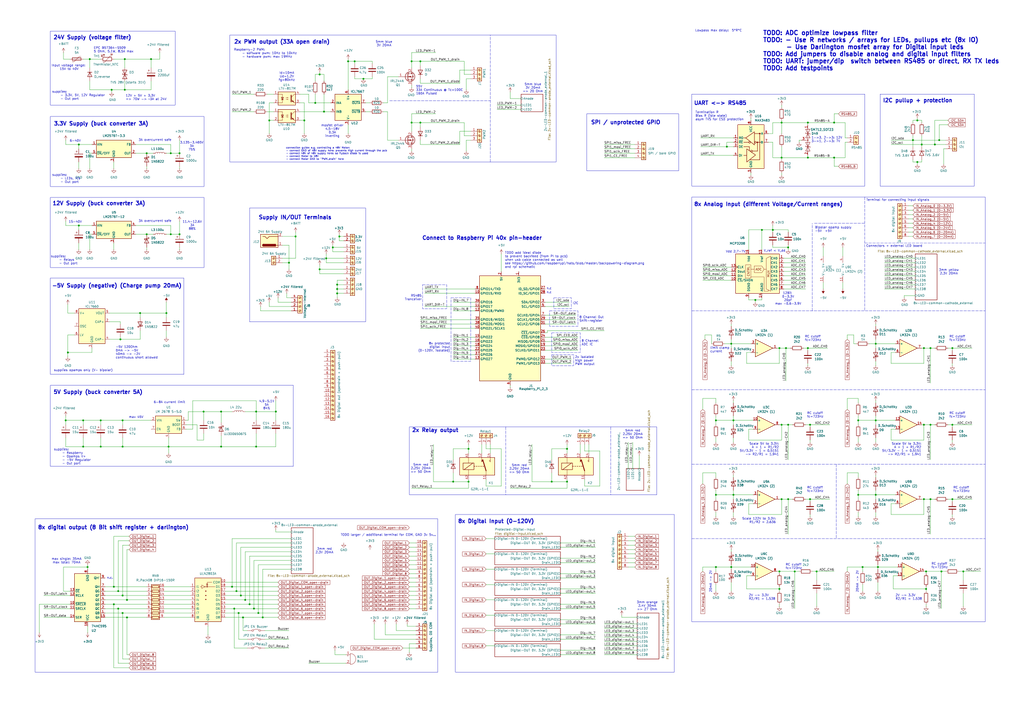
<source format=kicad_sch>
(kicad_sch
	(version 20231120)
	(generator "eeschema")
	(generator_version "8.0")
	(uuid "af4d11a6-73e1-4c39-a25e-5fe7dfa07237")
	(paper "A2")
	
	(junction
		(at 139.7 345.44)
		(diameter 0)
		(color 0 0 0 0)
		(uuid "01a8e618-7e14-4882-9136-a12536116a47")
	)
	(junction
		(at 48.26 259.08)
		(diameter 0)
		(color 0 0 0 0)
		(uuid "04e54955-95ed-4070-adbb-7cee1b2c7a8b")
	)
	(junction
		(at 135.89 353.06)
		(diameter 0)
		(color 0 0 0 0)
		(uuid "05eca1c0-0042-44d8-82a8-b1f48175c33d")
	)
	(junction
		(at 483.87 91.44)
		(diameter 0)
		(color 0 0 0 0)
		(uuid "06f335d7-63de-4572-a20a-022b6c7f93c9")
	)
	(junction
		(at 542.29 83.82)
		(diameter 0)
		(color 0 0 0 0)
		(uuid "072c8fc6-89d0-4715-8ea4-dd9134761f17")
	)
	(junction
		(at 529.59 81.28)
		(diameter 0)
		(color 0 0 0 0)
		(uuid "07823899-5798-4592-8eff-8b1fe5858f30")
	)
	(junction
		(at 210.82 45.72)
		(diameter 0)
		(color 0 0 0 0)
		(uuid "0c7b1ae2-c684-4906-92c2-8dfa0b9613b9")
	)
	(junction
		(at 182.88 59.69)
		(diameter 0)
		(color 0 0 0 0)
		(uuid "0eedc99b-ff42-4961-8286-6066dee5c8fe")
	)
	(junction
		(at 455.93 201.93)
		(diameter 0)
		(color 0 0 0 0)
		(uuid "0fefb793-9883-40a2-bd83-f35b47e8dbdb")
	)
	(junction
		(at 66.04 340.36)
		(diameter 0)
		(color 0 0 0 0)
		(uuid "10026633-9ac7-4b72-aa53-10151f42da81")
	)
	(junction
		(at 71.12 243.84)
		(diameter 0)
		(color 0 0 0 0)
		(uuid "105d8991-ac05-4276-b194-5060bc474cf0")
	)
	(junction
		(at 424.18 328.93)
		(diameter 0)
		(color 0 0 0 0)
		(uuid "11161079-c1a9-4ebe-8de9-fa873f6e9640")
	)
	(junction
		(at 176.53 69.85)
		(diameter 0)
		(color 0 0 0 0)
		(uuid "11580b8b-6675-41d3-b33d-e1ed958eda93")
	)
	(junction
		(at 152.4 358.14)
		(diameter 0)
		(color 0 0 0 0)
		(uuid "119c3b35-4b9f-4318-9220-02559deba15e")
	)
	(junction
		(at 185.42 43.18)
		(diameter 0)
		(color 0 0 0 0)
		(uuid "14ee932b-b4bf-415b-ab21-01e0b930417b")
	)
	(junction
		(at 39.37 204.47)
		(diameter 0)
		(color 0 0 0 0)
		(uuid "16107448-b037-4021-a9bb-1fb19d6f36c7")
	)
	(junction
		(at 468.63 71.12)
		(diameter 0)
		(color 0 0 0 0)
		(uuid "1827b75e-5515-4844-a399-117e6918fd73")
	)
	(junction
		(at 532.13 93.98)
		(diameter 0)
		(color 0 0 0 0)
		(uuid "1c476741-4a7f-44e7-a84a-5b0fc50d1df8")
	)
	(junction
		(at 72.39 52.07)
		(diameter 0)
		(color 0 0 0 0)
		(uuid "1ca1e8b3-a925-433d-8b97-4bcdb1b98a40")
	)
	(junction
		(at 457.2 246.38)
		(diameter 0)
		(color 0 0 0 0)
		(uuid "209182a8-b4b9-40cd-b5b2-bd90b860e927")
	)
	(junction
		(at 461.01 331.47)
		(diameter 0)
		(color 0 0 0 0)
		(uuid "2108f88e-bd30-4e37-bd43-f81a6b0a951c")
	)
	(junction
		(at 271.78 260.35)
		(diameter 0)
		(color 0 0 0 0)
		(uuid "213f96fc-26d9-4cf1-83bd-f4336ef00b81")
	)
	(junction
		(at 320.04 279.4)
		(diameter 0)
		(color 0 0 0 0)
		(uuid "236f3f4e-76e9-4351-baf1-7665cdb427aa")
	)
	(junction
		(at 144.78 350.52)
		(diameter 0)
		(color 0 0 0 0)
		(uuid "24719f92-8210-4aa7-b4fb-885fcf560860")
	)
	(junction
		(at 128.27 238.76)
		(diameter 0)
		(color 0 0 0 0)
		(uuid "28045595-b22a-4b06-9953-9f52298bbfc3")
	)
	(junction
		(at 425.45 287.02)
		(diameter 0)
		(color 0 0 0 0)
		(uuid "28934ae1-6d54-433a-8602-d8951919fe72")
	)
	(junction
		(at 238.76 35.56)
		(diameter 0)
		(color 0 0 0 0)
		(uuid "2a544a35-89e9-4403-a76e-deca404b0df4")
	)
	(junction
		(at 453.39 71.12)
		(diameter 0)
		(color 0 0 0 0)
		(uuid "2d47b40e-d23f-458b-8bda-f40f4a63d16c")
	)
	(junction
		(at 415.29 287.02)
		(diameter 0)
		(color 0 0 0 0)
		(uuid "2f3e2706-66a2-4ddc-84d7-d0f87e408bee")
	)
	(junction
		(at 52.07 34.29)
		(diameter 0)
		(color 0 0 0 0)
		(uuid "323916cf-5786-4346-bdcd-89c81cb32737")
	)
	(junction
		(at 171.45 137.16)
		(diameter 0)
		(color 0 0 0 0)
		(uuid "36c7ffc8-59d3-497b-8dce-a7b0d2f66aca")
	)
	(junction
		(at 185.42 156.21)
		(diameter 0)
		(color 0 0 0 0)
		(uuid "36d68065-ce7c-4d04-bfc0-73baed985380")
	)
	(junction
		(at 48.26 243.84)
		(diameter 0)
		(color 0 0 0 0)
		(uuid "383ef42e-22d7-43b3-89d3-2af42737728c")
	)
	(junction
		(at 535.94 246.38)
		(diameter 0)
		(color 0 0 0 0)
		(uuid "3ae78f7f-94a6-4485-a6b5-d7ce73e1abef")
	)
	(junction
		(at 50.8 328.93)
		(diameter 0)
		(color 0 0 0 0)
		(uuid "3c754c5e-b249-46c4-9d05-9f550316aca5")
	)
	(junction
		(at 415.29 328.93)
		(diameter 0)
		(color 0 0 0 0)
		(uuid "3e62f561-0d72-4e6a-934a-49655edcba7a")
	)
	(junction
		(at 196.85 137.16)
		(diameter 0)
		(color 0 0 0 0)
		(uuid "4165b357-897a-49f2-9ef7-d976d8e6b00f")
	)
	(junction
		(at 58.42 243.84)
		(diameter 0)
		(color 0 0 0 0)
		(uuid "422bc740-9691-4697-b466-286d91cb40aa")
	)
	(junction
		(at 448.31 133.35)
		(diameter 0)
		(color 0 0 0 0)
		(uuid "42f8f2a2-d4f1-4f85-a7f3-af76fd15f334")
	)
	(junction
		(at 81.28 181.61)
		(diameter 0)
		(color 0 0 0 0)
		(uuid "49b65474-3c4a-461b-8a68-40a6b20540ce")
	)
	(junction
		(at 535.94 201.93)
		(diameter 0)
		(color 0 0 0 0)
		(uuid "4c28afa4-cb18-4457-bfd3-5c53dabd8baa")
	)
	(junction
		(at 66.04 350.52)
		(diameter 0)
		(color 0 0 0 0)
		(uuid "4dd49bce-72c0-4885-aaa1-4fc2ceee5ed9")
	)
	(junction
		(at 438.15 173.99)
		(diameter 0)
		(color 0 0 0 0)
		(uuid "4e57230f-aabe-47d0-b863-f2adc3d1ffe4")
	)
	(junction
		(at 537.21 331.47)
		(diameter 0)
		(color 0 0 0 0)
		(uuid "51a2075d-152f-4706-892e-e33346bc5c7c")
	)
	(junction
		(at 469.9 289.56)
		(diameter 0)
		(color 0 0 0 0)
		(uuid "5350fbf4-d95b-437a-9686-20f0bf58d3a4")
	)
	(junction
		(at 534.67 83.82)
		(diameter 0)
		(color 0 0 0 0)
		(uuid "53d66afe-70cb-456e-9b1b-03e37a30427c")
	)
	(junction
		(at 535.94 289.56)
		(diameter 0)
		(color 0 0 0 0)
		(uuid "5453c15f-3da7-498f-b4d4-eefd4a32800e")
	)
	(junction
		(at 71.12 259.08)
		(diameter 0)
		(color 0 0 0 0)
		(uuid "548e2dfb-04f2-4d21-ab49-d803782e4bea")
	)
	(junction
		(at 497.84 243.84)
		(diameter 0)
		(color 0 0 0 0)
		(uuid "57a339c8-b411-45ff-a169-a3416d23d890")
	)
	(junction
		(at 328.93 279.4)
		(diameter 0)
		(color 0 0 0 0)
		(uuid "58641e9a-dfea-4a17-a599-d3f20704b922")
	)
	(junction
		(at 104.14 135.89)
		(diameter 0)
		(color 0 0 0 0)
		(uuid "5b0eb3d4-c4be-4d9b-9e7b-ef02c7a05fa6")
	)
	(junction
		(at 552.45 246.38)
		(diameter 0)
		(color 0 0 0 0)
		(uuid "5fd46808-879e-44b8-af18-96d3e87ab16f")
	)
	(junction
		(at 104.14 88.9)
		(diameter 0)
		(color 0 0 0 0)
		(uuid "6030d6cb-547f-4627-bb7a-29b5d50e2d7c")
	)
	(junction
		(at 532.13 69.85)
		(diameter 0)
		(color 0 0 0 0)
		(uuid "60649139-4bdd-472e-9af5-360b27505cfe")
	)
	(junction
		(at 45.72 83.82)
		(diameter 0)
		(color 0 0 0 0)
		(uuid "61300700-7a6f-4cf0-89e3-de24251aaf76")
	)
	(junction
		(at 500.38 328.93)
		(diameter 0)
		(color 0 0 0 0)
		(uuid "628c5c50-25e2-4f91-8c48-b88818b7ae22")
	)
	(junction
		(at 508 243.84)
		(diameter 0)
		(color 0 0 0 0)
		(uuid "681b0c0c-503e-42b4-b413-9d8b61948eb7")
	)
	(junction
		(at 189.23 149.86)
		(diameter 0)
		(color 0 0 0 0)
		(uuid "6cf7d574-f4cc-4d2d-aaa4-333b42743989")
	)
	(junction
		(at 201.93 35.56)
		(diameter 0)
		(color 0 0 0 0)
		(uuid "6f8dae14-e5bb-4ed3-8136-992dd6b276bb")
	)
	(junction
		(at 441.96 133.35)
		(diameter 0)
		(color 0 0 0 0)
		(uuid "71c80c36-cea0-487c-bcb3-ac90e6cf6909")
	)
	(junction
		(at 99.06 135.89)
		(diameter 0)
		(color 0 0 0 0)
		(uuid "72aa6fa5-05f9-4fb4-9b06-f61f0b76719e")
	)
	(junction
		(at 497.84 287.02)
		(diameter 0)
		(color 0 0 0 0)
		(uuid "72cd6455-fb65-4b52-8421-80100f0ddc8f")
	)
	(junction
		(at 68.58 342.9)
		(diameter 0)
		(color 0 0 0 0)
		(uuid "751fb691-f4d4-4afb-8c99-237d44216e6a")
	)
	(junction
		(at 142.24 347.98)
		(diameter 0)
		(color 0 0 0 0)
		(uuid "75331210-328d-4b01-a051-ab734c1e4329")
	)
	(junction
		(at 160.02 238.76)
		(diameter 0)
		(color 0 0 0 0)
		(uuid "75c001cd-17a9-469a-b125-e6fab77c80b6")
	)
	(junction
		(at 457.2 143.51)
		(diameter 0)
		(color 0 0 0 0)
		(uuid "7b6a19d9-d84c-4ace-9ad2-e52657e5669a")
	)
	(junction
		(at 96.52 181.61)
		(diameter 0)
		(color 0 0 0 0)
		(uuid "7e3134f9-4b48-4e64-b337-949ca5145048")
	)
	(junction
		(at 167.64 152.4)
		(diameter 0)
		(color 0 0 0 0)
		(uuid "7e34b571-ccc5-431c-9beb-4c51058dace2")
	)
	(junction
		(at 452.12 331.47)
		(diameter 0)
		(color 0 0 0 0)
		(uuid "7eee6ae0-e862-4cf5-a20a-077da3b5824a")
	)
	(junction
		(at 552.45 201.93)
		(diameter 0)
		(color 0 0 0 0)
		(uuid "85be4b5b-1dd3-4429-a51f-714f415e4cb3")
	)
	(junction
		(at 58.42 259.08)
		(diameter 0)
		(color 0 0 0 0)
		(uuid "8858408f-f194-4c4f-bd3d-5f79bdeb0f2d")
	)
	(junction
		(at 195.58 165.1)
		(diameter 0)
		(color 0 0 0 0)
		(uuid "88c2711e-5b03-40e9-b711-09a368eecd39")
	)
	(junction
		(at 148.59 259.08)
		(diameter 0)
		(color 0 0 0 0)
		(uuid "89ab178e-a455-4ee1-9c37-6616d82dbbfd")
	)
	(junction
		(at 99.06 88.9)
		(diameter 0)
		(color 0 0 0 0)
		(uuid "8a14436b-3658-4869-9928-b6970ddfd0dd")
	)
	(junction
		(at 425.45 243.84)
		(diameter 0)
		(color 0 0 0 0)
		(uuid "8c0d1323-aeaa-4fdf-940b-e96e8f624588")
	)
	(junction
		(at 508 287.02)
		(diameter 0)
		(color 0 0 0 0)
		(uuid "8c384515-970b-4a9b-9d25-34f7c7cf5a31")
	)
	(junction
		(at 205.74 35.56)
		(diameter 0)
		(color 0 0 0 0)
		(uuid "900094c6-ad82-42ce-b9e4-bbff1fbd4f7d")
	)
	(junction
		(at 45.72 130.81)
		(diameter 0)
		(color 0 0 0 0)
		(uuid "9ce26f46-c13d-457f-b7ea-3cb9a3964209")
	)
	(junction
		(at 87.63 34.29)
		(diameter 0)
		(color 0 0 0 0)
		(uuid "9e5cf790-7802-46af-ab1e-37a6016aa652")
	)
	(junction
		(at 537.21 341.63)
		(diameter 0)
		(color 0 0 0 0)
		(uuid "9f9cd4a1-53b7-4b90-939d-1f42f0144daf")
	)
	(junction
		(at 71.12 345.44)
		(diameter 0)
		(color 0 0 0 0)
		(uuid "a02a0c35-7237-4690-930d-ae7d81a03d46")
	)
	(junction
		(at 148.59 238.76)
		(diameter 0)
		(color 0 0 0 0)
		(uuid "a1035066-f2bd-42c1-b35e-660253af95e6")
	)
	(junction
		(at 156.21 69.85)
		(diameter 0)
		(color 0 0 0 0)
		(uuid "a156600e-b17b-40ee-9338-2875dd6af119")
	)
	(junction
		(at 38.1 243.84)
		(diameter 0)
		(color 0 0 0 0)
		(uuid "a1588343-c251-454b-b53e-fff8eaaaa3ac")
	)
	(junction
		(at 421.64 85.09)
		(diameter 0)
		(color 0 0 0 0)
		(uuid "a3b0547d-f7ce-442b-817a-271db96a0661")
	)
	(junction
		(at 457.2 289.56)
		(diameter 0)
		(color 0 0 0 0)
		(uuid "a647ae42-673a-4b30-ba91-f5c0de2d1fb1")
	)
	(junction
		(at 415.29 243.84)
		(diameter 0)
		(color 0 0 0 0)
		(uuid "a8916f2a-3760-4408-a711-e8008e50a42d")
	)
	(junction
		(at 552.45 289.56)
		(diameter 0)
		(color 0 0 0 0)
		(uuid "a8b20a5e-2fbe-4704-8e22-2faf27846df8")
	)
	(junction
		(at 469.9 246.38)
		(diameter 0)
		(color 0 0 0 0)
		(uuid "aad29792-d123-4844-9da8-1df2be24a9d5")
	)
	(junction
		(at 509.27 328.93)
		(diameter 0)
		(color 0 0 0 0)
		(uuid "ab657e53-e46e-4daf-86ec-72046f57a401")
	)
	(junction
		(at 262.89 279.4)
		(diameter 0)
		(color 0 0 0 0)
		(uuid "ac1970be-fc9a-493a-b832-4f526b5d8a6f")
	)
	(junction
		(at 544.83 81.28)
		(diameter 0)
		(color 0 0 0 0)
		(uuid "ac4ac232-9a0f-4efe-bd40-aa7c1fcbaeed")
	)
	(junction
		(at 64.77 52.07)
		(diameter 0)
		(color 0 0 0 0)
		(uuid "aec62089-2d46-4a73-8fe2-9440797f680d")
	)
	(junction
		(at 193.04 143.51)
		(diameter 0)
		(color 0 0 0 0)
		(uuid "afe0a47e-780f-4d3f-922b-cf183727c03c")
	)
	(junction
		(at 140.97 358.14)
		(diameter 0)
		(color 0 0 0 0)
		(uuid "b03b65c9-d63a-4b4e-b4bc-bfd5bb85047b")
	)
	(junction
		(at 128.27 259.08)
		(diameter 0)
		(color 0 0 0 0)
		(uuid "b129a554-6918-436f-b908-937c28939470")
	)
	(junction
		(at 137.16 342.9)
		(diameter 0)
		(color 0 0 0 0)
		(uuid "b2e04b3a-0203-4e9b-b5fb-44711c9651f5")
	)
	(junction
		(at 195.58 167.64)
		(diameter 0)
		(color 0 0 0 0)
		(uuid "b2e8f750-2b92-45ce-8a68-634998755450")
	)
	(junction
		(at 85.09 135.89)
		(diameter 0)
		(color 0 0 0 0)
		(uuid "b75be159-2e10-4f46-b206-2354b78b9157")
	)
	(junction
		(at 483.87 71.12)
		(diameter 0)
		(color 0 0 0 0)
		(uuid "b75f83a7-ff43-422c-8aef-b23c65dc9f58")
	)
	(junction
		(at 452.12 341.63)
		(diameter 0)
		(color 0 0 0 0)
		(uuid "bc0e8895-a168-4b32-a3ae-032222041331")
	)
	(junction
		(at 85.09 88.9)
		(diameter 0)
		(color 0 0 0 0)
		(uuid "bcb07714-ac5e-4281-b3c3-552386782e56")
	)
	(junction
		(at 328.93 260.35)
		(diameter 0)
		(color 0 0 0 0)
		(uuid "c25e2208-2d4a-4a5d-b1b6-520bc7405c20")
	)
	(junction
		(at 71.12 355.6)
		(diameter 0)
		(color 0 0 0 0)
		(uuid "c2a7d60c-8406-4629-9f9f-20facc991908")
	)
	(junction
		(at 238.76 71.12)
		(diameter 0)
		(color 0 0 0 0)
		(uuid "c583ebaa-dbb1-42bf-9503-cd46d9d9c934")
	)
	(junction
		(at 424.18 199.39)
		(diameter 0)
		(color 0 0 0 0)
		(uuid "c5e0eb5b-7c3b-45d6-94c4-c8f1aeb4edda")
	)
	(junction
		(at 558.8 331.47)
		(diameter 0)
		(color 0 0 0 0)
		(uuid "c6fd9455-a40f-495c-b522-dad68ccccb40")
	)
	(junction
		(at 68.58 353.06)
		(diameter 0)
		(color 0 0 0 0)
		(uuid "c7252f51-5593-44ea-9ef0-15644cb2b836")
	)
	(junction
		(at 468.63 201.93)
		(diameter 0)
		(color 0 0 0 0)
		(uuid "c9a1a788-271b-4313-91ac-1eb41a1be2d1")
	)
	(junction
		(at 73.66 347.98)
		(diameter 0)
		(color 0 0 0 0)
		(uuid "ca97fd06-a20b-4255-9402-c6f0775648c9")
	)
	(junction
		(at 539.75 289.56)
		(diameter 0)
		(color 0 0 0 0)
		(uuid "cce9ddbf-6d0b-4bc9-aa3e-08b573ecddaa")
	)
	(junction
		(at 149.86 355.6)
		(diameter 0)
		(color 0 0 0 0)
		(uuid "cdb7cae5-fc07-4bbc-8ee6-837fb3913bf1")
	)
	(junction
		(at 539.75 246.38)
		(diameter 0)
		(color 0 0 0 0)
		(uuid "cef5d492-924d-4b16-915e-16292a4ec979")
	)
	(junction
		(at 546.1 331.47)
		(diameter 0)
		(color 0 0 0 0)
		(uuid "d3002e4b-d3e1-40cc-9b8a-5d2c7334c6dd")
	)
	(junction
		(at 539.75 201.93)
		(diameter 0)
		(color 0 0 0 0)
		(uuid "d5958f52-db39-4d96-9f5c-46cc0e0a9c13")
	)
	(junction
		(at 468.63 91.44)
		(diameter 0)
		(color 0 0 0 0)
		(uuid "d5f0980c-b894-41c8-ad9a-99d84da95533")
	)
	(junction
		(at 243.84 71.12)
		(diameter 0)
		(color 0 0 0 0)
		(uuid "d7f6abff-a394-48b0-8295-d13e407a04cb")
	)
	(junction
		(at 72.39 34.29)
		(diameter 0)
		(color 0 0 0 0)
		(uuid "d8f092e7-91d1-49cd-8b38-bfbac74525e6")
	)
	(junction
		(at 473.71 331.47)
		(diameter 0)
		(color 0 0 0 0)
		(uuid "dd672ca4-9aed-4510-a18a-eaf4c4b1b5b2")
	)
	(junction
		(at 508 199.39)
		(diameter 0)
		(color 0 0 0 0)
		(uuid "dd99b0be-8d82-412c-a9e5-745f68c0f208")
	)
	(junction
		(at 453.39 246.38)
		(diameter 0)
		(color 0 0 0 0)
		(uuid "e06e2f01-d838-48f6-8efa-7e05b926ca29")
	)
	(junction
		(at 271.78 279.4)
		(diameter 0)
		(color 0 0 0 0)
		(uuid "e0fcc60c-adef-4503-b67d-31eec596d694")
	)
	(junction
		(at 147.32 353.06)
		(diameter 0)
		(color 0 0 0 0)
		(uuid "e3108376-7dad-4cc8-8861-63d384004879")
	)
	(junction
		(at 187.96 64.77)
		(diameter 0)
		(color 0 0 0 0)
		(uuid "e5b099e1-f557-4448-b3d0-b283fc211558")
	)
	(junction
		(at 134.62 340.36)
		(diameter 0)
		(color 0 0 0 0)
		(uuid "e5bd5461-5bb2-4b08-87c8-6e463ef8db0a")
	)
	(junction
		(at 118.11 238.76)
		(diameter 0)
		(color 0 0 0 0)
		(uuid "e70a65f8-f7a2-47ed-978c-48ab0ab55eb7")
	)
	(junction
		(at 243.84 35.56)
		(diameter 0)
		(color 0 0 0 0)
		(uuid "e8615103-e90c-4f75-b440-b8fad443ff1e")
	)
	(junction
		(at 69.85 196.85)
		(diameter 0)
		(color 0 0 0 0)
		(uuid "eac55c9c-6217-4313-8428-a310d44dd53f")
	)
	(junction
		(at 453.39 91.44)
		(diameter 0)
		(color 0 0 0 0)
		(uuid "ed02a82a-9a4c-446b-b18a-c2e77fed11fa")
	)
	(junction
		(at 453.39 289.56)
		(diameter 0)
		(color 0 0 0 0)
		(uuid "ef6c709f-f6a8-4332-b336-2fc745163133")
	)
	(junction
		(at 97.79 259.08)
		(diameter 0)
		(color 0 0 0 0)
		(uuid "f74be3ca-6702-47ef-b237-4f888ce46f38")
	)
	(junction
		(at 195.58 170.18)
		(diameter 0)
		(color 0 0 0 0)
		(uuid "f7f75933-16ea-47d7-b287-2e617fa65d71")
	)
	(junction
		(at 138.43 355.6)
		(diameter 0)
		(color 0 0 0 0)
		(uuid "fae7fc45-5150-4de6-9de8-a36ec31aa312")
	)
	(junction
		(at 452.12 201.93)
		(diameter 0)
		(color 0 0 0 0)
		(uuid "fbce1fdb-db5b-4f19-bbb5-0a9c27bcbc89")
	)
	(junction
		(at 73.66 358.14)
		(diameter 0)
		(color 0 0 0 0)
		(uuid "fcfc1728-3653-4623-b7b5-a4e4cd6811ba")
	)
	(wire
		(pts
			(xy 457.2 142.24) (xy 457.2 143.51)
		)
		(stroke
			(width 0)
			(type default)
		)
		(uuid "0054231e-6c1c-4b62-a261-da803b448710")
	)
	(wire
		(pts
			(xy 199.39 152.4) (xy 189.23 152.4)
		)
		(stroke
			(width 0)
			(type default)
		)
		(uuid "00545783-b683-4c25-a5a8-313c6c100a89")
	)
	(wire
		(pts
			(xy 350.52 364.49) (xy 369.57 364.49)
		)
		(stroke
			(width 0)
			(type default)
		)
		(uuid "0059a5bd-5d4e-41f1-b8bf-105e91bea211")
	)
	(wire
		(pts
			(xy 237.49 327.66) (xy 241.3 327.66)
		)
		(stroke
			(width 0)
			(type default)
		)
		(uuid "00818073-0ff6-4df9-84ad-d009831f149e")
	)
	(wire
		(pts
			(xy 173.99 64.77) (xy 187.96 64.77)
		)
		(stroke
			(width 0)
			(type default)
		)
		(uuid "00912cef-7458-4250-9601-851325c17234")
	)
	(wire
		(pts
			(xy 173.99 54.61) (xy 179.07 54.61)
		)
		(stroke
			(width 0)
			(type default)
		)
		(uuid "00e44004-c513-4de5-a722-c1ec9c261caa")
	)
	(wire
		(pts
			(xy 415.29 339.09) (xy 415.29 342.9)
		)
		(stroke
			(width 0)
			(type default)
		)
		(uuid "00ef2f56-37bd-4ed0-aeb9-aa019bd24e2f")
	)
	(wire
		(pts
			(xy 138.43 370.84) (xy 138.43 355.6)
		)
		(stroke
			(width 0)
			(type default)
		)
		(uuid "00fdba94-28e0-4b7e-a3f6-8468a273182f")
	)
	(wire
		(pts
			(xy 469.9 246.38) (xy 469.9 247.65)
		)
		(stroke
			(width 0)
			(type default)
		)
		(uuid "01a5f7f5-381b-4726-8886-b420b25ccedd")
	)
	(wire
		(pts
			(xy 130.81 353.06) (xy 135.89 353.06)
		)
		(stroke
			(width 0)
			(type default)
		)
		(uuid "01f70877-5d35-4473-8154-b32633fb4439")
	)
	(wire
		(pts
			(xy 201.93 35.56) (xy 205.74 35.56)
		)
		(stroke
			(width 0)
			(type default)
		)
		(uuid "02432959-10b0-4f2a-af2d-7311d5fec00d")
	)
	(wire
		(pts
			(xy 345.44 317.5) (xy 325.12 317.5)
		)
		(stroke
			(width 0)
			(type default)
		)
		(uuid "025ad35c-64b0-47a8-a900-f118fd03ec35")
	)
	(wire
		(pts
			(xy 524.51 171.45) (xy 530.86 171.45)
		)
		(stroke
			(width 0)
			(type default)
		)
		(uuid "02ca2bcb-dc3d-41b8-b3bb-d6980a38a62d")
	)
	(wire
		(pts
			(xy 50.8 330.2) (xy 50.8 328.93)
		)
		(stroke
			(width 0)
			(type default)
		)
		(uuid "02caf3da-4dfe-464a-bed0-55c975aa32ca")
	)
	(wire
		(pts
			(xy 262.89 195.58) (xy 275.59 195.58)
		)
		(stroke
			(width 0)
			(type default)
		)
		(uuid "02f927d2-46f0-4067-bb2c-7b5ed625f8eb")
	)
	(wire
		(pts
			(xy 163.83 149.86) (xy 171.45 149.86)
		)
		(stroke
			(width 0)
			(type default)
		)
		(uuid "02fbffc1-1a80-4729-b02b-5df049ccd742")
	)
	(wire
		(pts
			(xy 269.24 71.12) (xy 269.24 78.74)
		)
		(stroke
			(width 0)
			(type default)
		)
		(uuid "030da04f-bb6a-49d5-a07a-b1ac13ef0d2c")
	)
	(wire
		(pts
			(xy 453.39 246.38) (xy 457.2 246.38)
		)
		(stroke
			(width 0)
			(type default)
		)
		(uuid "04304b2e-0c68-4a14-bbe0-0e23cac30e94")
	)
	(wire
		(pts
			(xy 288.29 63.5) (xy 302.26 63.5)
		)
		(stroke
			(width 0)
			(type default)
		)
		(uuid "0441f777-da59-4d51-9ce1-7f52d2030a3b")
	)
	(wire
		(pts
			(xy 529.59 71.12) (xy 529.59 69.85)
		)
		(stroke
			(width 0)
			(type default)
		)
		(uuid "0445f1c5-cbd7-41f2-81d5-6122602375c6")
	)
	(polyline
		(pts
			(xy 226.06 58.42) (xy 284.48 58.42)
		)
		(stroke
			(width 0)
			(type dash)
		)
		(uuid "0562829c-78ed-418e-bf83-3ad41711062d")
	)
	(wire
		(pts
			(xy 128.27 252.73) (xy 128.27 259.08)
		)
		(stroke
			(width 0)
			(type default)
		)
		(uuid "056eeaf6-cef0-4a15-9aa0-a138145aa6e3")
	)
	(wire
		(pts
			(xy 290.83 260.35) (xy 290.83 281.94)
		)
		(stroke
			(width 0)
			(type default)
		)
		(uuid "05769be8-6486-49a6-96aa-282d535c7d39")
	)
	(wire
		(pts
			(xy 434.34 144.78) (xy 434.34 133.35)
		)
		(stroke
			(width 0)
			(type default)
		)
		(uuid "05c7cccb-cca5-4623-97c8-040d9b4df307")
	)
	(wire
		(pts
			(xy 66.04 340.36) (xy 85.09 340.36)
		)
		(stroke
			(width 0)
			(type default)
		)
		(uuid "060a1e46-185f-46d5-bb25-4b502bfab042")
	)
	(wire
		(pts
			(xy 45.72 83.82) (xy 53.34 83.82)
		)
		(stroke
			(width 0)
			(type default)
		)
		(uuid "062e080a-8aeb-47cc-970e-09456cd360cd")
	)
	(wire
		(pts
			(xy 454.66 149.86) (xy 467.36 149.86)
		)
		(stroke
			(width 0)
			(type default)
		)
		(uuid "068083fa-fce7-43b5-8463-4f98840e7a26")
	)
	(wire
		(pts
			(xy 290.83 281.94) (xy 281.94 281.94)
		)
		(stroke
			(width 0)
			(type default)
		)
		(uuid "06a1b25e-5913-4cbd-a6dc-df54f02c3062")
	)
	(wire
		(pts
			(xy 316.23 182.88) (xy 334.01 182.88)
		)
		(stroke
			(width 0)
			(type default)
		)
		(uuid "06d6f191-9971-474b-b097-e0a1a133101e")
	)
	(wire
		(pts
			(xy 74.93 313.69) (xy 68.58 313.69)
		)
		(stroke
			(width 0)
			(type default)
		)
		(uuid "0768423a-ac1c-4f99-9532-7ef87789f549")
	)
	(wire
		(pts
			(xy 81.28 191.77) (xy 81.28 196.85)
		)
		(stroke
			(width 0)
			(type default)
		)
		(uuid "07802d6c-0405-4611-8498-2921642973c9")
	)
	(wire
		(pts
			(xy 95.25 342.9) (xy 110.49 342.9)
		)
		(stroke
			(width 0)
			(type default)
		)
		(uuid "07df2798-ce49-4d2e-88d1-304e7370129e")
	)
	(wire
		(pts
			(xy 457.2 289.56) (xy 459.74 289.56)
		)
		(stroke
			(width 0)
			(type default)
		)
		(uuid "08d4afc6-7a52-4c48-90ea-de03339f3fec")
	)
	(wire
		(pts
			(xy 434.34 292.1) (xy 434.34 298.45)
		)
		(stroke
			(width 0)
			(type default)
		)
		(uuid "08da2754-5954-4cc6-88b7-c43418808a5f")
	)
	(wire
		(pts
			(xy 237.49 335.28) (xy 241.3 335.28)
		)
		(stroke
			(width 0)
			(type default)
		)
		(uuid "09105bff-0442-453e-b260-c98527da345d")
	)
	(wire
		(pts
			(xy 69.85 196.85) (xy 63.5 196.85)
		)
		(stroke
			(width 0)
			(type default)
		)
		(uuid "09231105-ced3-4313-bf61-0ff5f84aa1d1")
	)
	(wire
		(pts
			(xy 454.66 152.4) (xy 467.36 152.4)
		)
		(stroke
			(width 0)
			(type default)
		)
		(uuid "0932f8bf-1781-41f0-8075-3b7e84ddb5c7")
	)
	(polyline
		(pts
			(xy 401.32 312.42) (xy 571.5 312.42)
		)
		(stroke
			(width 0)
			(type dash)
		)
		(uuid "094d5652-c661-4611-aef7-df74f3da51b8")
	)
	(wire
		(pts
			(xy 52.07 97.79) (xy 52.07 88.9)
		)
		(stroke
			(width 0)
			(type default)
		)
		(uuid "096d85b4-5d51-44af-82ba-979fa750f17a")
	)
	(wire
		(pts
			(xy 176.53 69.85) (xy 176.53 59.69)
		)
		(stroke
			(width 0)
			(type default)
		)
		(uuid "09c9e21f-8206-47ae-a9c8-c044bfbcae4a")
	)
	(wire
		(pts
			(xy 497.84 284.48) (xy 497.84 287.02)
		)
		(stroke
			(width 0)
			(type default)
		)
		(uuid "09d9a41a-af3c-4a91-ad4d-2c3b79cf9ec7")
	)
	(wire
		(pts
			(xy 50.8 367.03) (xy 50.8 363.22)
		)
		(stroke
			(width 0)
			(type default)
		)
		(uuid "0a051774-4cbb-4b66-bf37-8910fac947bb")
	)
	(wire
		(pts
			(xy 81.28 181.61) (xy 96.52 181.61)
		)
		(stroke
			(width 0)
			(type default)
		)
		(uuid "0a9bbdf8-1908-4d8c-8217-07db364293b0")
	)
	(wire
		(pts
			(xy 60.96 358.14) (xy 73.66 358.14)
		)
		(stroke
			(width 0)
			(type default)
		)
		(uuid "0aa33d96-2e44-4442-b63d-f8ede3d506ac")
	)
	(wire
		(pts
			(xy 269.24 78.74) (xy 273.05 78.74)
		)
		(stroke
			(width 0)
			(type default)
		)
		(uuid "0af3e3f5-4871-4f0a-9b10-f4cd810203b5")
	)
	(wire
		(pts
			(xy 415.29 274.32) (xy 415.29 276.86)
		)
		(stroke
			(width 0)
			(type default)
		)
		(uuid "0b798a4e-ae38-46ca-9967-253a2656e0f1")
	)
	(wire
		(pts
			(xy 68.58 384.81) (xy 68.58 353.06)
		)
		(stroke
			(width 0)
			(type default)
		)
		(uuid "0d64bcbd-9b4c-4f6e-98d3-beab5b2606b6")
	)
	(wire
		(pts
			(xy 497.84 243.84) (xy 497.84 246.38)
		)
		(stroke
			(width 0)
			(type default)
		)
		(uuid "0f4644b6-fa54-41ce-a769-bba1ac182829")
	)
	(wire
		(pts
			(xy 435.61 68.58) (xy 435.61 69.85)
		)
		(stroke
			(width 0)
			(type default)
		)
		(uuid "0fdad08b-4b60-4f92-976c-2a5e922013e0")
	)
	(wire
		(pts
			(xy 251.46 257.81) (xy 251.46 279.4)
		)
		(stroke
			(width 0)
			(type default)
		)
		(uuid "0fdb76a1-0d44-4ff6-a2d2-38a97251b0ec")
	)
	(wire
		(pts
			(xy 148.59 238.76) (xy 148.59 243.84)
		)
		(stroke
			(width 0)
			(type default)
		)
		(uuid "10545d38-a86d-4f4b-9d61-a90e5b83a28b")
	)
	(wire
		(pts
			(xy 491.49 274.32) (xy 497.84 274.32)
		)
		(stroke
			(width 0)
			(type default)
		)
		(uuid "10a6a44e-d783-4ce2-86b8-20bd8032d780")
	)
	(wire
		(pts
			(xy 262.89 203.2) (xy 275.59 203.2)
		)
		(stroke
			(width 0)
			(type default)
		)
		(uuid "10a757e5-89b9-4989-b591-35fa1e44e30a")
	)
	(wire
		(pts
			(xy 535.94 255.27) (xy 535.94 246.38)
		)
		(stroke
			(width 0)
			(type default)
		)
		(uuid "1103b789-e8a0-437b-b861-57f3bb0fe1fd")
	)
	(wire
		(pts
			(xy 148.59 238.76) (xy 160.02 238.76)
		)
		(stroke
			(width 0)
			(type default)
		)
		(uuid "11050421-263c-408e-9ff9-8d4704e38685")
	)
	(wire
		(pts
			(xy 508 209.55) (xy 508 212.09)
		)
		(stroke
			(width 0)
			(type default)
		)
		(uuid "110938bc-7e57-48c8-9cf6-d617786f4017")
	)
	(wire
		(pts
			(xy 316.23 185.42) (xy 334.01 185.42)
		)
		(stroke
			(width 0)
			(type default)
		)
		(uuid "119c66a0-9194-4112-8a35-c7ab420db9e3")
	)
	(wire
		(pts
			(xy 243.84 71.12) (xy 243.84 73.66)
		)
		(stroke
			(width 0)
			(type default)
		)
		(uuid "11c359c3-26fe-4117-8dcc-0f087608c0a4")
	)
	(wire
		(pts
			(xy 529.59 93.98) (xy 532.13 93.98)
		)
		(stroke
			(width 0)
			(type default)
		)
		(uuid "120cdc1a-687e-4eba-afd7-f1b2efe76e94")
	)
	(wire
		(pts
			(xy 368.3 326.39) (xy 364.49 326.39)
		)
		(stroke
			(width 0)
			(type default)
		)
		(uuid "1238accc-b1f4-495d-9555-1773ffdde48b")
	)
	(wire
		(pts
			(xy 407.67 231.14) (xy 415.29 231.14)
		)
		(stroke
			(width 0)
			(type default)
		)
		(uuid "1257bc49-635e-40d2-adbc-efdb0b93d729")
	)
	(wire
		(pts
			(xy 104.14 143.51) (xy 104.14 144.78)
		)
		(stroke
			(width 0)
			(type default)
		)
		(uuid "125a7d11-0e70-4fc2-ad30-a60c78e9f5a4")
	)
	(wire
		(pts
			(xy 199.39 156.21) (xy 185.42 156.21)
		)
		(stroke
			(width 0)
			(type default)
		)
		(uuid "1277afae-9962-4396-93da-5f8be530e087")
	)
	(wire
		(pts
			(xy 25.4 358.14) (xy 40.64 358.14)
		)
		(stroke
			(width 0)
			(type default)
		)
		(uuid "12a983d3-1186-4ca8-a60c-5c45001d78ec")
	)
	(wire
		(pts
			(xy 421.64 82.55) (xy 425.45 82.55)
		)
		(stroke
			(width 0)
			(type default)
		)
		(uuid "12d77e0a-5dcd-4dd0-8d7e-2bd92b3f4f23")
	)
	(wire
		(pts
			(xy 368.3 311.15) (xy 364.49 311.15)
		)
		(stroke
			(width 0)
			(type default)
		)
		(uuid "131e9cc7-fe99-45a7-b73f-6d1a85fbc334")
	)
	(wire
		(pts
			(xy 134.62 54.61) (xy 147.32 54.61)
		)
		(stroke
			(width 0)
			(type default)
		)
		(uuid "13498381-d22d-4321-8dae-bb4e3470f921")
	)
	(wire
		(pts
			(xy 534.67 93.98) (xy 534.67 92.71)
		)
		(stroke
			(width 0)
			(type default)
		)
		(uuid "135d3430-334d-4aef-a7e9-ae49e108ebcb")
	)
	(wire
		(pts
			(xy 160.02 251.46) (xy 160.02 259.08)
		)
		(stroke
			(width 0)
			(type default)
		)
		(uuid "137c88a4-e84c-4de9-8e08-42b4620e394d")
	)
	(wire
		(pts
			(xy 52.07 34.29) (xy 52.07 39.37)
		)
		(stroke
			(width 0)
			(type default)
		)
		(uuid "147be2c8-821e-4c84-a2e1-06b7f4973251")
	)
	(wire
		(pts
			(xy 448.31 143.51) (xy 457.2 143.51)
		)
		(stroke
			(width 0)
			(type default)
		)
		(uuid "14e2a1f5-5ec8-44d4-8c05-ee4cab2bd0fb")
	)
	(wire
		(pts
			(
... [524279 chars truncated]
</source>
